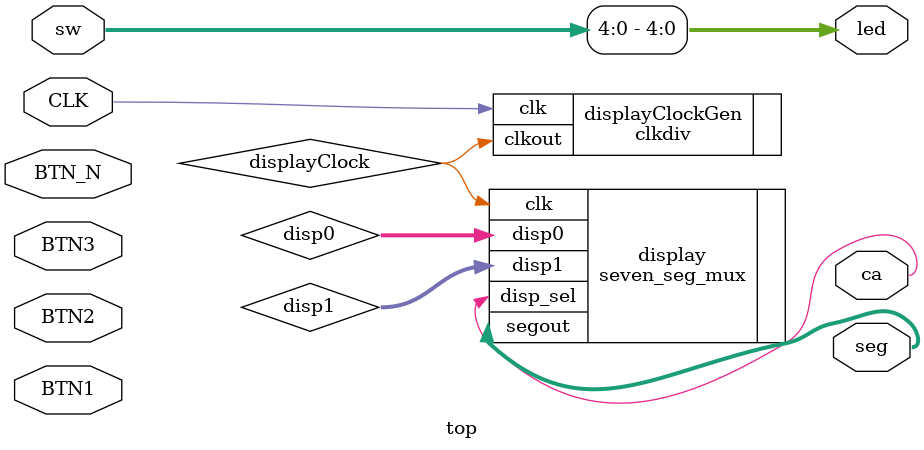
<source format=v>
`timescale 1ns / 1ps
module top(
	input CLK,
	input BTN1,
	input BTN2,
	input BTN3,
	input BTN_N,
	input [7:0] sw,
	output [4:0] led,
	output [6:0] seg,
	output ca
    );

//define wires and registers here
	wire [7:0] disp0,disp1;
	wire displayClock;
	
//parallel assignments can go here
	assign led[4:0]=sw[4:0];

//always @ blocks can go here
//	always @(sensitivity list) begin
//		commmands-to-run-when-triggered;
//	end

//instantiate modules here
	nibble_to_seven_seg nibble0(
		.nibblein(),
		.segout()
	);	 
	 
	clkdiv displayClockGen(
		.clk(CLK),
		.clkout(displayClock)
	);

	seven_seg_mux display(
		.clk(displayClock),
		.disp0(disp0),
		.disp1(disp1),
		.segout(seg),
		.disp_sel(ca)
	);

endmodule

</source>
